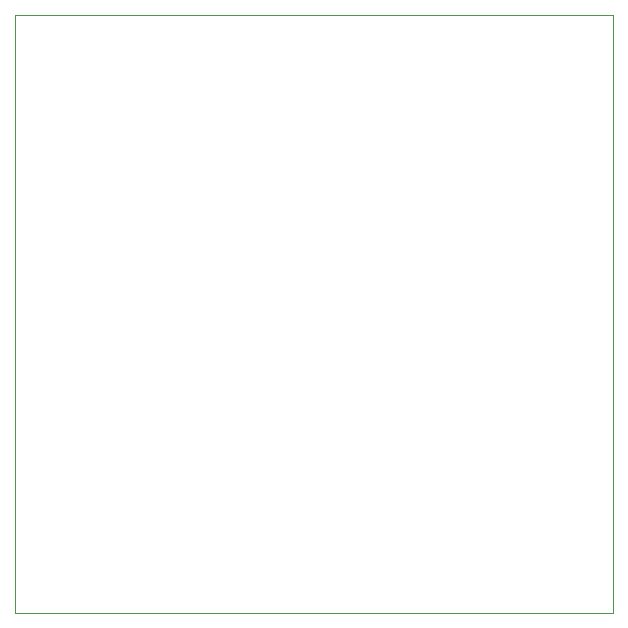
<source format=gbr>
%TF.GenerationSoftware,KiCad,Pcbnew,5.1.9-73d0e3b20d~88~ubuntu20.04.1*%
%TF.CreationDate,2021-03-01T10:08:49-05:00*%
%TF.ProjectId,SiPM_Board,5369504d-5f42-46f6-9172-642e6b696361,rev?*%
%TF.SameCoordinates,Original*%
%TF.FileFunction,Profile,NP*%
%FSLAX46Y46*%
G04 Gerber Fmt 4.6, Leading zero omitted, Abs format (unit mm)*
G04 Created by KiCad (PCBNEW 5.1.9-73d0e3b20d~88~ubuntu20.04.1) date 2021-03-01 10:08:49*
%MOMM*%
%LPD*%
G01*
G04 APERTURE LIST*
%TA.AperFunction,Profile*%
%ADD10C,0.050000*%
%TD*%
G04 APERTURE END LIST*
D10*
X124680000Y-125320000D02*
X124680000Y-74680000D01*
X175320000Y-125320000D02*
X124680000Y-125320000D01*
X175320000Y-74680000D02*
X175320000Y-125320000D01*
X124680000Y-74680000D02*
X175320000Y-74680000D01*
M02*

</source>
